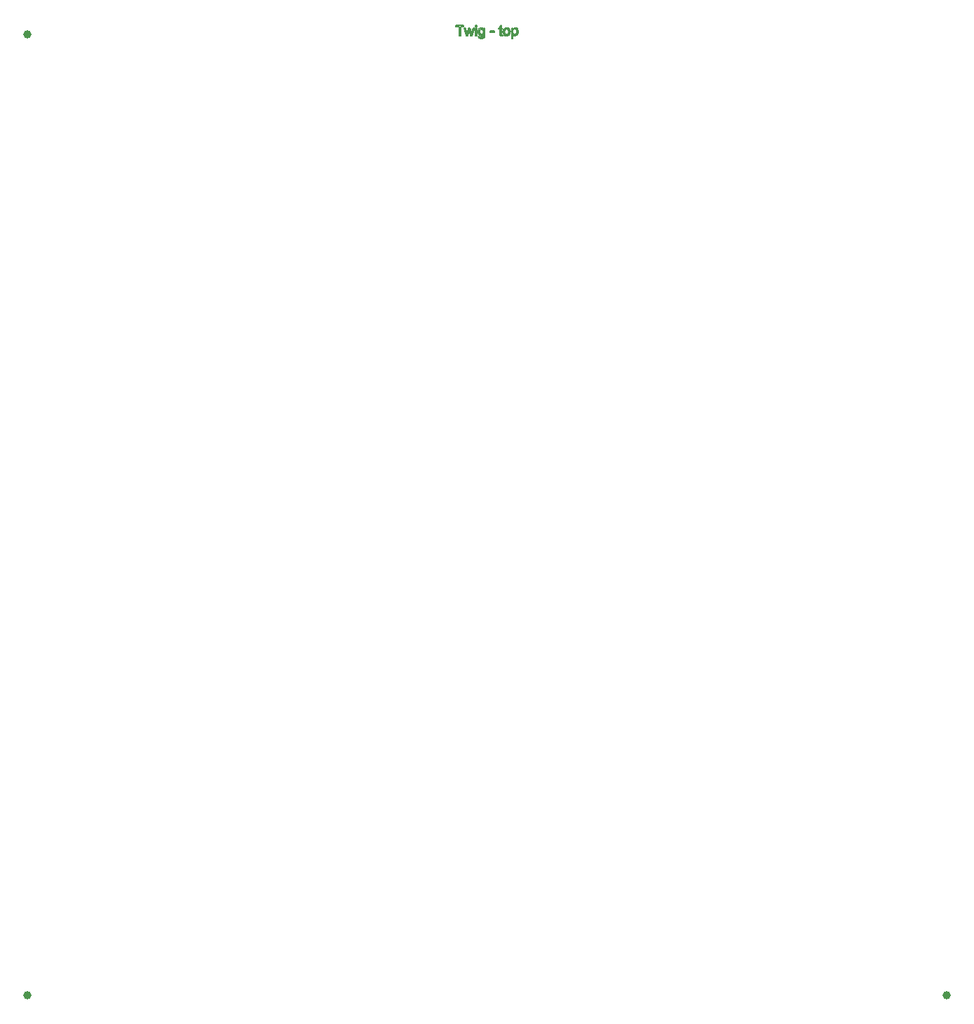
<source format=gtl>
%MOIN*%
%OFA0B0*%
%FSLAX36Y36*%
%IPPOS*%
%LPD*%
%ADD10C,0.03937007874015748*%
%ADD11C,0.0078740157480314977*%
D10*
X000118110Y004685039D03*
X000118110Y000118110D03*
X004488188Y000118110D03*
D11*
X002170154Y004723493D02*
X002153951Y004723493D01*
X002153951Y004729297D01*
X002192932Y004729297D01*
X002192932Y004723493D01*
X002176662Y004723493D01*
X002176662Y004680118D01*
X002170154Y004680118D01*
X002170154Y004723493D01*
X002194509Y004715744D02*
X002200749Y004715744D01*
X002206418Y004695180D01*
X002208531Y004687531D01*
X002208697Y004688204D01*
X002209060Y004689653D01*
X002209620Y004691878D01*
X002210376Y004694878D01*
X002216046Y004715744D01*
X002222252Y004715744D01*
X002227586Y004695079D01*
X002229364Y004688269D01*
X002231410Y004695146D01*
X002237516Y004715744D01*
X002243386Y004715744D01*
X002232249Y004680118D01*
X002225976Y004680118D01*
X002220306Y004701453D01*
X002218931Y004707525D01*
X002211718Y004680118D01*
X002205412Y004680118D01*
X002194509Y004715744D01*
X002248485Y004729297D02*
X002254524Y004729297D01*
X002254524Y004722353D01*
X002248485Y004722353D01*
X002248485Y004729297D01*
X002248485Y004715744D02*
X002254524Y004715744D01*
X002254524Y004680118D01*
X002248485Y004680118D01*
X002248485Y004715744D01*
X002268479Y004676293D02*
X002269175Y004673945D01*
X002270525Y004672335D01*
X002273184Y004671077D01*
X002276664Y004670658D01*
X002280379Y004671077D01*
X002283139Y004672335D01*
X002285051Y004674348D01*
X002286225Y004677031D01*
X002286569Y004679891D01*
X002286661Y004684781D01*
X002282216Y004681283D01*
X002276798Y004680118D01*
X002273333Y004680449D01*
X002270282Y004681443D01*
X002267647Y004683099D01*
X002265426Y004685418D01*
X002262407Y004691247D01*
X002261401Y004698132D01*
X002261862Y004703034D01*
X002263246Y004707542D01*
X002265506Y004711362D01*
X002268596Y004714201D01*
X002272408Y004715962D01*
X002276832Y004716549D01*
X002282585Y004715274D01*
X002287231Y004711450D01*
X002287231Y004715744D01*
X002292800Y004715744D01*
X002292800Y004684948D01*
X002292377Y004677841D01*
X002291106Y004673157D01*
X002288917Y004670049D01*
X002285739Y004667672D01*
X002281642Y004666162D01*
X002276698Y004665659D01*
X002270936Y004666376D01*
X002266399Y004668527D01*
X002263489Y004672121D01*
X002262608Y004677166D01*
X002268479Y004676293D01*
X002268303Y004692505D02*
X002270391Y004688336D01*
X002273528Y004685921D01*
X002277369Y004685116D01*
X002281193Y004685917D01*
X002284346Y004688320D01*
X002286460Y004692433D01*
X002287164Y004698367D01*
X002286439Y004704103D01*
X002284262Y004708230D01*
X002281063Y004710720D01*
X002277268Y004711551D01*
X002273544Y004710733D01*
X002270425Y004708280D01*
X002268311Y004704217D01*
X002267607Y004698568D01*
X002268303Y004692505D01*
X002318664Y004700950D02*
X002337215Y004700950D01*
X002337215Y004694878D01*
X002318664Y004694878D01*
X002318664Y004700950D01*
X002377035Y004680185D02*
X002372473Y004679648D01*
X002369554Y004679908D01*
X002367374Y004680688D01*
X002364824Y004683422D01*
X002364271Y004686051D01*
X002364086Y004690551D01*
X002364086Y004711047D01*
X002359658Y004711047D01*
X002359658Y004715744D01*
X002364086Y004715744D01*
X002364086Y004724567D01*
X002370091Y004728190D01*
X002370091Y004715744D01*
X002376163Y004715744D01*
X002376163Y004711047D01*
X002370091Y004711047D01*
X002370091Y004690215D01*
X002370171Y004688093D01*
X002370410Y004686894D01*
X002371450Y004685720D01*
X002373513Y004685284D01*
X002376163Y004685519D01*
X002377035Y004680185D01*
X002380163Y004702558D02*
X002381195Y004706544D01*
X002382914Y004709888D01*
X002385321Y004712591D01*
X002390420Y004715559D01*
X002396526Y004716549D01*
X002403201Y004715346D01*
X002408535Y004711735D01*
X002412032Y004706003D01*
X002413198Y004698434D01*
X002412682Y004692291D01*
X002411135Y004687615D01*
X002408602Y004684114D01*
X002405130Y004681493D01*
X002401008Y004679858D01*
X002396526Y004679312D01*
X002389762Y004680512D01*
X002384432Y004684110D01*
X002380973Y004689963D01*
X002379819Y004697931D01*
X002380163Y004702558D01*
X002386772Y004691947D02*
X002389011Y004687682D01*
X002392383Y004685129D01*
X002396526Y004684277D01*
X002400643Y004685133D01*
X002404006Y004687699D01*
X002406246Y004692018D01*
X002406992Y004698132D01*
X002406241Y004703940D01*
X002403990Y004708146D01*
X002400622Y004710699D01*
X002396526Y004711551D01*
X002392383Y004710704D01*
X002389011Y004708162D01*
X002386772Y004703910D01*
X002386026Y004697931D01*
X002386772Y004691947D01*
X002420276Y004715744D02*
X002425778Y004715744D01*
X002425778Y004711115D01*
X002427850Y004713492D01*
X002430173Y004715190D01*
X002432881Y004716209D01*
X002436110Y004716549D01*
X002440404Y004715962D01*
X002444161Y004714201D01*
X002447223Y004711370D01*
X002449428Y004707575D01*
X002450762Y004703093D01*
X002451206Y004698199D01*
X002450716Y004693004D01*
X002449244Y004688353D01*
X002446837Y004684487D01*
X002443541Y004681644D01*
X002439704Y004679895D01*
X002435674Y004679312D01*
X002430256Y004680587D01*
X002426315Y004683808D01*
X002426315Y004666464D01*
X002420276Y004666464D01*
X002420276Y004715744D01*
X002426441Y004691750D02*
X002428529Y004687565D01*
X002431607Y004685099D01*
X002435272Y004684277D01*
X002439008Y004685129D01*
X002442165Y004687682D01*
X002444317Y004692022D01*
X002445034Y004698233D01*
X002444333Y004704187D01*
X002442233Y004708431D01*
X002439159Y004710972D01*
X002435540Y004711819D01*
X002431904Y004710917D01*
X002428713Y004708213D01*
X002426487Y004703789D01*
X002425744Y004697729D01*
X002426441Y004691750D01*
M02*
</source>
